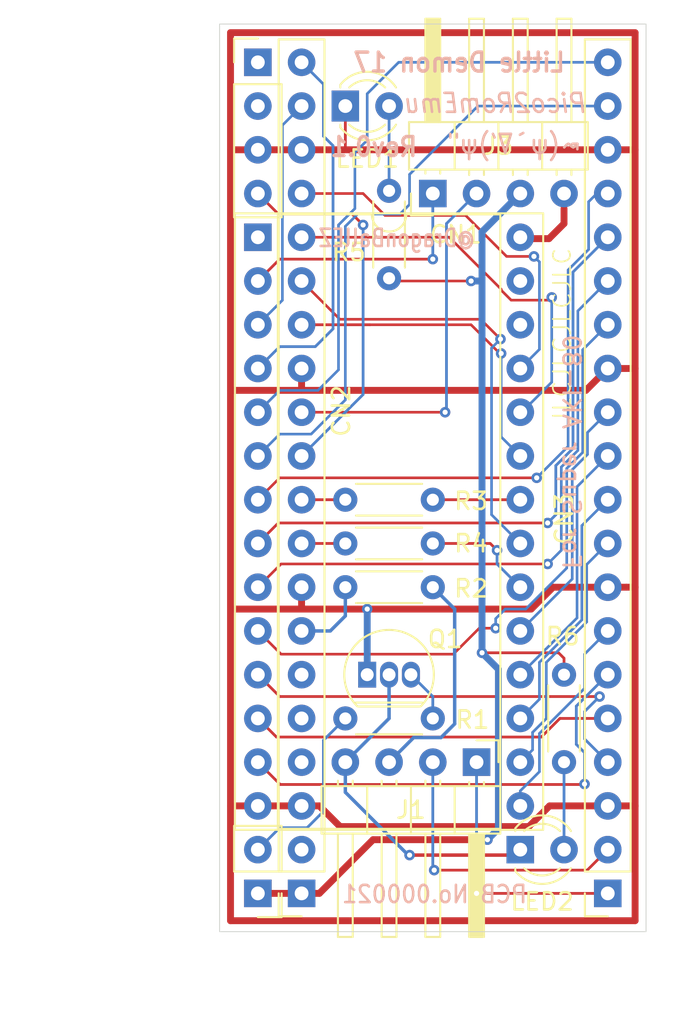
<source format=kicad_pcb>
(kicad_pcb (version 20241229) (generator "pcbnew") (generator_version "9.0")
  (title_block (title "Pico2ROMEmu PCB") (date "2025-08-23") (rev "0.1"))
  (layers (0 "F.Cu" signal) (2 "B.Cu" signal) (13 "F.Paste" user) (15 "B.Paste" user) (5 "F.SilkS" user "F.Silkscreen") (7 "B.SilkS" user "B.Silkscreen") (1 "F.Mask" user) (3 "B.Mask" user) (25 "Edge.Cuts" user))
  (net 0 "")
  (net 2 "/CE#")
  (net 3 "/A2")
  (net 4 "+3.3V")
  (net 5 "/A3")
  (net 6 "+5V")
  (net 7 "/A12")
  (net 8 "/D0")
  (net 9 "/A6")
  (net 10 "/A5")
  (net 11 "/D1")
  (net 12 "/A1")
  (net 13 "/D2")
  (net 14 "/P28_VCC")
  (net 15 "/A0")
  (net 16 "/A7")
  (net 17 "/A4")
  (net 18 "/GP27")
  (net 19 "/CLK_OUT")
  (net 20 "/D4")
  (net 21 "/D6")
  (net 22 "/A10")
  (net 23 "/D3")
  (net 24 "/D5")
  (net 25 "/ADC_VREF")
  (net 26 "/GP22")
  (net 27 "/A9")
  (net 28 "/VSYS")
  (net 29 "/RUN")
  (net 30 "/3V3EN")
  (net 31 "/GP0")
  (net 32 "/GP1")
  (net 33 "/RESET_OUT")
  (net 34 "/A11")
  (net 35 "/RESET")
  (net 36 "Net-(Q1-B)")
  (net 37 "/D7")
  (net 39 "/A8")
  (net 41 "GND")
  (net 42 "/OE#")
  (net 43 "/GP26")
  (net 44 "/GP28")
  (net 45 "Net-(LED1-A)")
  (net 46 "Net-(LED2-A)")
  (footprint "Resistor_THT:R_Axial_DIN0204_L3.6mm_D1.6mm_P5.08mm_Horizontal" (layer "F.Cu") (at 68.58 104.14)
    (property "Reference" "R4" (at 7.3025 0 0) (layer "F.SilkS"))
    (property "Value" "1k")
    (fp_line (start 0.62 -0.92) (end 4.46 -0.92) (stroke (width 0.12)) (layer "F.SilkS"))
    (fp_line (start 0.62 0.92) (end 4.46 0.92) (stroke (width 0.12)) (layer "F.SilkS"))
    (pad "1" thru_hole circle (at 0 0) (size 1.4 1.4) (drill 0.7) (layers "*.Cu" "*.Mask") (net 18 "/GP27"))
    (pad "2" thru_hole circle (at 5.08 0) (size 1.4 1.4) (drill 0.7) (layers "*.Cu" "*.Mask") (net 2 "/CE#"))
  )
  (footprint "Resistor_THT:R_Axial_DIN0204_L3.6mm_D1.6mm_P5.08mm_Horizontal" (layer "F.Cu") (at 68.58 106.68)
    (property "Reference" "R2" (at 7.3025 0.079375 0) (layer "F.SilkS"))
    (property "Value" "100")
    (fp_line (start 0.62 -0.92) (end 4.46 -0.92) (stroke (width 0.12)) (layer "F.SilkS"))
    (fp_line (start 0.62 0.92) (end 4.46 0.92) (stroke (width 0.12)) (layer "F.SilkS"))
    (pad "1" thru_hole circle (at 0 0) (size 1.4 1.4) (drill 0.7) (layers "*.Cu" "*.Mask") (net 44 "/GP28"))
    (pad "2" thru_hole circle (at 5.08 0) (size 1.4 1.4) (drill 0.7) (layers "*.Cu" "*.Mask") (net 19 "/CLK_OUT"))
  )
  (footprint "Connector_PinSocket_2.54mm:PinSocket_1x20_P2.54mm_Vertical" (layer "F.Cu") (at 83.82 124.46 180)
    (property "Reference" "CN3" (at 2.54 21.74875 90) (layer "F.SilkS"))
    (property "Value" "Conn_01x20")
    (fp_line (start 1.33 1.27) (end 1.33 49.59) (stroke (width 0.12)) (layer "F.SilkS"))
    (fp_line (start 1.33 -1.33) (end 1.33 0) (stroke (width 0.12)) (layer "F.SilkS"))
    (fp_line (start 0 -1.33) (end 1.33 -1.33) (stroke (width 0.12)) (layer "F.SilkS"))
    (fp_line (start -1.33 49.59) (end 1.33 49.59) (stroke (width 0.12)) (layer "F.SilkS"))
    (fp_line (start -1.33 1.27) (end 1.33 1.27) (stroke (width 0.12)) (layer "F.SilkS"))
    (fp_line (start -1.33 1.27) (end -1.33 49.59) (stroke (width 0.12)) (layer "F.SilkS"))
    (pad "1" thru_hole rect (at 0 0 180) (size 1.6 1.6) (drill 0.8) (layers "*.Cu" "*.Mask") (net 31 "/GP0"))
    (pad "2" thru_hole circle (at 0 2.54 180) (size 1.6 1.6) (drill 0.8) (layers "*.Cu" "*.Mask") (net 32 "/GP1"))
    (pad "3" thru_hole circle (at 0 5.08 180) (size 1.6 1.6) (drill 0.8) (layers "*.Cu" "*.Mask") (net 41 "GND"))
    (pad "4" thru_hole circle (at 0 7.62 180) (size 1.6 1.6) (drill 0.8) (layers "*.Cu" "*.Mask") (net 8 "/D0"))
    (pad "5" thru_hole circle (at 0 10.16 180) (size 1.6 1.6) (drill 0.8) (layers "*.Cu" "*.Mask") (net 11 "/D1"))
    (pad "6" thru_hole circle (at 0 12.7 180) (size 1.6 1.6) (drill 0.8) (layers "*.Cu" "*.Mask") (net 13 "/D2"))
    (pad "7" thru_hole circle (at 0 15.24 180) (size 1.6 1.6) (drill 0.8) (layers "*.Cu" "*.Mask") (net 23 "/D3"))
    (pad "8" thru_hole circle (at 0 17.78 180) (size 1.6 1.6) (drill 0.8) (layers "*.Cu" "*.Mask") (net 41 "GND"))
    (pad "9" thru_hole circle (at 0 20.32 180) (size 1.6 1.6) (drill 0.8) (layers "*.Cu" "*.Mask") (net 20 "/D4"))
    (pad "10" thru_hole circle (at 0 22.86 180) (size 1.6 1.6) (drill 0.8) (layers "*.Cu" "*.Mask") (net 24 "/D5"))
    (pad "11" thru_hole circle (at 0 25.4 180) (size 1.6 1.6) (drill 0.8) (layers "*.Cu" "*.Mask") (net 21 "/D6"))
    (pad "12" thru_hole circle (at 0 27.94 180) (size 1.6 1.6) (drill 0.8) (layers "*.Cu" "*.Mask") (net 37 "/D7"))
    (pad "13" thru_hole circle (at 0 30.48 180) (size 1.6 1.6) (drill 0.8) (layers "*.Cu" "*.Mask") (net 41 "GND"))
    (pad "14" thru_hole circle (at 0 33.02 180) (size 1.6 1.6) (drill 0.8) (layers "*.Cu" "*.Mask") (net 15 "/A0"))
    (pad "15" thru_hole circle (at 0 35.56 180) (size 1.6 1.6) (drill 0.8) (layers "*.Cu" "*.Mask") (net 12 "/A1"))
    (pad "16" thru_hole circle (at 0 38.1 180) (size 1.6 1.6) (drill 0.8) (layers "*.Cu" "*.Mask") (net 3 "/A2"))
    (pad "17" thru_hole circle (at 0 40.64 180) (size 1.6 1.6) (drill 0.8) (layers "*.Cu" "*.Mask") (net 5 "/A3"))
    (pad "18" thru_hole circle (at 0 43.18 180) (size 1.6 1.6) (drill 0.8) (layers "*.Cu" "*.Mask") (net 41 "GND"))
    (pad "19" thru_hole circle (at 0 45.72 180) (size 1.6 1.6) (drill 0.8) (layers "*.Cu" "*.Mask") (net 17 "/A4"))
    (pad "20" thru_hole circle (at 0 48.26 180) (size 1.6 1.6) (drill 0.8) (layers "*.Cu" "*.Mask") (net 10 "/A5"))
  )
  (footprint "Connector_PinSocket_2.54mm:PinSocket_1x20_P2.54mm_Vertical" (layer "F.Cu") (at 66.04 124.46 180)
    (property "Reference" "CN2" (at -2.301875 28.019375 90) (layer "F.SilkS"))
    (property "Value" "Conn_01x20")
    (fp_line (start 1.33 1.27) (end 1.33 49.59) (stroke (width 0.12)) (layer "F.SilkS"))
    (fp_line (start 1.33 -1.33) (end 1.33 0) (stroke (width 0.12)) (layer "F.SilkS"))
    (fp_line (start 0 -1.33) (end 1.33 -1.33) (stroke (width 0.12)) (layer "F.SilkS"))
    (fp_line (start -1.33 49.59) (end 1.33 49.59) (stroke (width 0.12)) (layer "F.SilkS"))
    (fp_line (start -1.33 1.27) (end 1.33 1.27) (stroke (width 0.12)) (layer "F.SilkS"))
    (fp_line (start -1.33 1.27) (end -1.33 49.59) (stroke (width 0.12)) (layer "F.SilkS"))
    (pad "1" thru_hole rect (at 0 0 180) (size 1.6 1.6) (drill 0.8) (layers "*.Cu" "*.Mask") (net 6 "+5V"))
    (pad "2" thru_hole circle (at 0 2.54 180) (size 1.6 1.6) (drill 0.8) (layers "*.Cu" "*.Mask") (net 28 "/VSYS"))
    (pad "3" thru_hole circle (at 0 5.08 180) (size 1.6 1.6) (drill 0.8) (layers "*.Cu" "*.Mask") (net 41 "GND"))
    (pad "4" thru_hole circle (at 0 7.62 180) (size 1.6 1.6) (drill 0.8) (layers "*.Cu" "*.Mask") (net 30 "/3V3EN"))
    (pad "5" thru_hole circle (at 0 10.16 180) (size 1.6 1.6) (drill 0.8) (layers "*.Cu" "*.Mask") (net 4 "+3.3V"))
    (pad "6" thru_hole circle (at 0 12.7 180) (size 1.6 1.6) (drill 0.8) (layers "*.Cu" "*.Mask") (net 25 "/ADC_VREF"))
    (pad "7" thru_hole circle (at 0 15.24 180) (size 1.6 1.6) (drill 0.8) (layers "*.Cu" "*.Mask") (net 44 "/GP28"))
    (pad "8" thru_hole circle (at 0 17.78 180) (size 1.6 1.6) (drill 0.8) (layers "*.Cu" "*.Mask") (net 41 "GND"))
    (pad "9" thru_hole circle (at 0 20.32 180) (size 1.6 1.6) (drill 0.8) (layers "*.Cu" "*.Mask") (net 18 "/GP27"))
    (pad "10" thru_hole circle (at 0 22.86 180) (size 1.6 1.6) (drill 0.8) (layers "*.Cu" "*.Mask") (net 43 "/GP26"))
    (pad "11" thru_hole circle (at 0 25.4 180) (size 1.6 1.6) (drill 0.8) (layers "*.Cu" "*.Mask") (net 29 "/RUN"))
    (pad "12" thru_hole circle (at 0 27.94 180) (size 1.6 1.6) (drill 0.8) (layers "*.Cu" "*.Mask") (net 26 "/GP22"))
    (pad "13" thru_hole circle (at 0 30.48 180) (size 1.6 1.6) (drill 0.8) (layers "*.Cu" "*.Mask") (net 41 "GND"))
    (pad "14" thru_hole circle (at 0 33.02 180) (size 1.6 1.6) (drill 0.8) (layers "*.Cu" "*.Mask") (net 34 "/A11"))
    (pad "15" thru_hole circle (at 0 35.56 180) (size 1.6 1.6) (drill 0.8) (layers "*.Cu" "*.Mask") (net 22 "/A10"))
    (pad "16" thru_hole circle (at 0 38.1 180) (size 1.6 1.6) (drill 0.8) (layers "*.Cu" "*.Mask") (net 27 "/A9"))
    (pad "17" thru_hole circle (at 0 40.64 180) (size 1.6 1.6) (drill 0.8) (layers "*.Cu" "*.Mask") (net 39 "/A8"))
    (pad "18" thru_hole circle (at 0 43.18 180) (size 1.6 1.6) (drill 0.8) (layers "*.Cu" "*.Mask") (net 41 "GND"))
    (pad "19" thru_hole circle (at 0 45.72 180) (size 1.6 1.6) (drill 0.8) (layers "*.Cu" "*.Mask") (net 16 "/A7"))
    (pad "20" thru_hole oval (at 0 48.26 180) (size 1.6 1.6) (drill 0.8) (layers "*.Cu" "*.Mask") (net 9 "/A6"))
  )
  (footprint "Resistor_THT:R_Axial_DIN0204_L3.6mm_D1.6mm_P5.08mm_Horizontal" (layer "F.Cu") (at 71.12 88.74125 90)
    (property "Reference" "R5" (at 1.51125 -2.33 0) (layer "F.SilkS"))
    (property "Value" "1k")
    (fp_line (start 0.62 -0.92) (end 4.46 -0.92) (stroke (width 0.12)) (layer "F.SilkS"))
    (fp_line (start 0.62 0.92) (end 4.46 0.92) (stroke (width 0.12)) (layer "F.SilkS"))
    (pad "1" thru_hole circle (at 0 0 90) (size 1.4 1.4) (drill 0.7) (layers "*.Cu" "*.Mask") (net 6 "+5V"))
    (pad "2" thru_hole circle (at 5.08 0 90) (size 1.4 1.4) (drill 0.7) (layers "*.Cu" "*.Mask") (net 45 "Net-(LED1-A)"))
  )
  (footprint "Resistor_THT:R_Axial_DIN0204_L3.6mm_D1.6mm_P5.08mm_Horizontal" (layer "F.Cu") (at 81.28 111.76 -90)
    (property "Reference" "R6" (at -2.2225 0.079375 0) (layer "F.SilkS"))
    (property "Value" "1k")
    (fp_line (start 0.62 0.92) (end 4.46 0.92) (stroke (width 0.12)) (layer "F.SilkS"))
    (fp_line (start 0.62 -0.92) (end 4.46 -0.92) (stroke (width 0.12)) (layer "F.SilkS"))
    (pad "1" thru_hole circle (at 0 0 270) (size 1.4 1.4) (drill 0.7) (layers "*.Cu" "*.Mask") (net 6 "+5V"))
    (pad "2" thru_hole circle (at 5.08 0 270) (size 1.4 1.4) (drill 0.7) (layers "*.Cu" "*.Mask") (net 46 "Net-(LED2-A)"))
  )
  (footprint "LED_THT:LED_D3.0mm_Clear" (layer "F.Cu") (at 78.74 121.92)
    (property "Reference" "LED2" (at 1.27 3.01625 0) (layer "F.SilkS"))
    (property "Value" "LED_Small")
    (fp_line (start -0.29 -1.236) (end -0.29 -1.08) (stroke (width 0.12)) (layer "F.SilkS"))
    (fp_line (start -0.29 1.08) (end -0.29 1.236) (stroke (width 0.12)) (layer "F.SilkS"))
    (fp_arc (start -0.29 -1.235516) (mid 1.36566 -1.987699) (end 2.941437 -1.08) (stroke (width 0.12)) (layer "F.SilkS"))
    (fp_arc (start 0.229039 -1.08) (mid 1.27 -1.5) (end 2.310961 -1.08) (stroke (width 0.12)) (layer "F.SilkS"))
    (fp_arc (start 2.310961 1.08) (mid 1.27 1.5) (end 0.229039 1.08) (stroke (width 0.12)) (layer "F.SilkS"))
    (fp_arc (start 2.941437 1.08) (mid 1.36566 1.987699) (end -0.29 1.235516) (stroke (width 0.12)) (layer "F.SilkS"))
    (pad "1" thru_hole rect (at 0 0) (size 1.6 1.6) (drill 0.8) (layers "*.Cu" "*.Mask") (net 33 "/RESET_OUT"))
    (pad "2" thru_hole circle (at 2.54 0) (size 1.6 1.6) (drill 0.8) (layers "*.Cu" "*.Mask") (net 46 "Net-(LED2-A)"))
  )
  (footprint "Connector_PinHeader_2.54mm:PinHeader_1x02_P2.54mm_Vertical" (layer "F.Cu") (at 63.5 124.46 180)
    (property "Reference" "J2" (hide yes))
    (property "Value" "Conn_01x02")
    (fp_line (start 1.38 1.27) (end 1.38 3.92) (stroke (width 0.12)) (layer "F.SilkS"))
    (fp_line (start -1.38 3.92) (end 1.38 3.92) (stroke (width 0.12)) (layer "F.SilkS"))
    (fp_line (start -1.38 1.27) (end 1.38 1.27) (stroke (width 0.12)) (layer "F.SilkS"))
    (fp_line (start -1.38 1.27) (end -1.38 3.92) (stroke (width 0.12)) (layer "F.SilkS"))
    (fp_line (start -1.38 0) (end -1.38 -1.38) (stroke (width 0.12)) (layer "F.SilkS"))
    (fp_line (start -1.38 -1.38) (end 0 -1.38) (stroke (width 0.12)) (layer "F.SilkS"))
    (pad "1" thru_hole rect (at 0 0 180) (size 1.6 1.6) (drill 0.8) (layers "*.Cu" "*.Mask") (net 6 "+5V"))
    (pad "2" thru_hole circle (at 0 2.54 180) (size 1.6 1.6) (drill 0.8) (layers "*.Cu" "*.Mask") (net 35 "/RESET"))
  )
  (footprint "Connector_PinHeader_2.54mm:PinHeader_1x04_P2.54mm_Vertical" (layer "F.Cu") (at 63.5 76.2)
    (property "Reference" "J4" (hide yes))
    (property "Value" "Conn_01x04")
    (fp_line (start -1.38 -1.38) (end 0 -1.38) (stroke (width 0.12)) (layer "F.SilkS"))
    (fp_line (start -1.38 0) (end -1.38 -1.38) (stroke (width 0.12)) (layer "F.SilkS"))
    (fp_line (start -1.38 1.27) (end -1.38 9) (stroke (width 0.12)) (layer "F.SilkS"))
    (fp_line (start -1.38 1.27) (end 1.38 1.27) (stroke (width 0.12)) (layer "F.SilkS"))
    (fp_line (start -1.38 9) (end 1.38 9) (stroke (width 0.12)) (layer "F.SilkS"))
    (fp_line (start 1.38 1.27) (end 1.38 9) (stroke (width 0.12)) (layer "F.SilkS"))
    (pad "1" thru_hole rect (at 0 0) (size 1.6 1.6) (drill 0.8) (layers "*.Cu" "*.Mask"))
    (pad "2" thru_hole circle (at 0 2.54) (size 1.6 1.6) (drill 0.8) (layers "*.Cu" "*.Mask"))
    (pad "3" thru_hole circle (at 0 5.08) (size 1.6 1.6) (drill 0.8) (layers "*.Cu" "*.Mask") (net 41 "GND"))
    (pad "4" thru_hole circle (at 0 7.62) (size 1.6 1.6) (drill 0.8) (layers "*.Cu" "*.Mask") (net 29 "/RUN"))
  )
  (footprint "Connector_PinHeader_2.54mm:PinHeader_1x04_P2.54mm_Horizontal" (layer "F.Cu") (at 73.66 83.82 90)
    (property "Reference" "J3" (at 2.77 3.81 0) (layer "F.SilkS"))
    (property "Value" "Conn_01x04")
    (fp_line (start 4.15 -1.38) (end 1.39 -1.38) (stroke (width 0.12)) (layer "F.SilkS"))
    (fp_line (start 1.39 -1.38) (end 1.39 9) (stroke (width 0.12)) (layer "F.SilkS"))
    (fp_line (start -1.27 -1.27) (end 0 -1.27) (stroke (width 0.12)) (layer "F.SilkS"))
    (fp_line (start 1.16 -0.43) (end 1.39 -0.43) (stroke (width 0.12)) (layer "F.SilkS"))
    (fp_line (start -1.27 0) (end -1.27 -1.27) (stroke (width 0.12)) (layer "F.SilkS"))
    (fp_line (start 1.16 0.43) (end 1.39 0.43) (stroke (width 0.12)) (layer "F.SilkS"))
    (fp_line (start 1.39 1.27) (end 4.15 1.27) (stroke (width 0.12)) (layer "F.SilkS"))
    (fp_line (start 10.15 2.11) (end 10.15 2.97) (stroke (width 0.12)) (layer "F.SilkS"))
    (fp_line (start 4.15 2.11) (end 10.15 2.11) (stroke (width 0.12)) (layer "F.SilkS"))
    (fp_line (start 1.077358 2.11) (end 1.39 2.11) (stroke (width 0.12)) (layer "F.SilkS"))
    (fp_line (start 10.15 2.97) (end 4.15 2.97) (stroke (width 0.12)) (layer "F.SilkS"))
    (fp_line (start 1.077358 2.97) (end 1.39 2.97) (stroke (width 0.12)) (layer "F.SilkS"))
    (fp_line (start 1.39 3.81) (end 4.15 3.81) (stroke (width 0.12)) (layer "F.SilkS"))
    (fp_line (start 10.15 4.65) (end 10.15 5.51) (stroke (width 0.12)) (layer "F.SilkS"))
    (fp_line (start 4.15 4.65) (end 10.15 4.65) (stroke (width 0.12)) (layer "F.SilkS"))
    (fp_line (start 1.077358 4.65) (end 1.39 4.65) (stroke (width 0.12)) (layer "F.SilkS"))
    (fp_line (start 10.15 5.51) (end 4.15 5.51) (stroke (width 0.12)) (layer "F.SilkS"))
    (fp_line (start 1.077358 5.51) (end 1.39 5.51) (stroke (width 0.12)) (layer "F.SilkS"))
    (fp_line (start 1.39 6.35) (end 4.15 6.35) (stroke (width 0.12)) (layer "F.SilkS"))
    (fp_line (start 10.15 7.19) (end 10.15 8.05) (stroke (width 0.12)) (layer "F.SilkS"))
    (fp_line (start 4.15 7.19) (end 10.15 7.19) (stroke (width 0.12)) (layer "F.SilkS"))
    (fp_line (start 1.077358 7.19) (end 1.39 7.19) (stroke (width 0.12)) (layer "F.SilkS"))
    (fp_line (start 10.15 8.05) (end 4.15 8.05) (stroke (width 0.12)) (layer "F.SilkS"))
    (fp_line (start 1.077358 8.05) (end 1.39 8.05) (stroke (width 0.12)) (layer "F.SilkS"))
    (fp_line (start 4.15 9) (end 4.15 -1.38) (stroke (width 0.12)) (layer "F.SilkS"))
    (fp_line (start 1.39 9) (end 4.15 9) (stroke (width 0.12)) (layer "F.SilkS"))
    (fp_rect (start 4.15 -0.43) (end 10.15 0.43) (stroke (width 0.12)) (fill yes) (layer "F.SilkS"))
    (pad "1" thru_hole rect (at 0 0 90) (size 1.6 1.6) (drill 0.8) (layers "*.Cu" "*.Mask") (net 7 "/A12"))
    (pad "2" thru_hole circle (at 0 2.54 90) (size 1.6 1.6) (drill 0.8) (layers "*.Cu" "*.Mask") (net 26 "/GP22"))
    (pad "3" thru_hole circle (at 0 5.08 90) (size 1.6 1.6) (drill 0.8) (layers "*.Cu" "*.Mask") (net 6 "+5V"))
    (pad "4" thru_hole circle (at 0 7.62 90) (size 1.6 1.6) (drill 0.8) (layers "*.Cu" "*.Mask") (net 14 "/P28_VCC"))
  )
  (footprint "Package_TO_SOT_THT:TO-92_Inline" (layer "F.Cu") (at 69.85 111.76)
    (property "Reference" "Q1" (at 4.524375 -2.06375 0) (layer "F.SilkS"))
    (property "Value" "2SC1815")
    (fp_line (start -0.53 1.85) (end 3.07 1.85) (stroke (width 0.12)) (layer "F.SilkS"))
    (fp_arc (start -0.568478 1.838478) (mid -1.132087 -0.994977) (end 1.27 -2.6) (stroke (width 0.12)) (layer "F.SilkS"))
    (fp_arc (start 1.27 -2.6) (mid 3.672087 -0.994977) (end 3.108478 1.838478) (stroke (width 0.12)) (layer "F.SilkS"))
    (pad "1" thru_hole rect (at 0 0) (size 1.05 1.5) (drill 0.75) (layers "*.Cu" "*.Mask") (net 41 "GND"))
    (pad "2" thru_hole oval (at 1.27 0) (size 1.05 1.5) (drill 0.75) (layers "*.Cu" "*.Mask") (net 33 "/RESET_OUT"))
    (pad "3" thru_hole oval (at 2.54 0) (size 1.05 1.5) (drill 0.75) (layers "*.Cu" "*.Mask") (net 36 "Net-(Q1-B)"))
  )
  (footprint "Connector_PinHeader_2.54mm:PinHeader_1x04_P2.54mm_Horizontal" (layer "F.Cu") (at 76.2 116.84 -90)
    (property "Reference" "J1" (at 2.77 3.81 180) (layer "F.SilkS"))
    (property "Value" "Conn_01x04")
    (fp_line (start 1.39 9) (end 4.15 9) (stroke (width 0.12)) (layer "F.SilkS"))
    (fp_line (start 4.15 9) (end 4.15 -1.38) (stroke (width 0.12)) (layer "F.SilkS"))
    (fp_line (start 1.077358 8.05) (end 1.39 8.05) (stroke (width 0.12)) (layer "F.SilkS"))
    (fp_line (start 10.15 8.05) (end 4.15 8.05) (stroke (width 0.12)) (layer "F.SilkS"))
    (fp_line (start 1.077358 7.19) (end 1.39 7.19) (stroke (width 0.12)) (layer "F.SilkS"))
    (fp_line (start 4.15 7.19) (end 10.15 7.19) (stroke (width 0.12)) (layer "F.SilkS"))
    (fp_line (start 10.15 7.19) (end 10.15 8.05) (stroke (width 0.12)) (layer "F.SilkS"))
    (fp_line (start 1.39 6.35) (end 4.15 6.35) (stroke (width 0.12)) (layer "F.SilkS"))
    (fp_line (start 1.077358 5.51) (end 1.39 5.51) (stroke (width 0.12)) (layer "F.SilkS"))
    (fp_line (start 10.15 5.51) (end 4.15 5.51) (stroke (width 0.12)) (layer "F.SilkS"))
    (fp_line (start 1.077358 4.65) (end 1.39 4.65) (stroke (width 0.12)) (layer "F.SilkS"))
    (fp_line (start 4.15 4.65) (end 10.15 4.65) (stroke (width 0.12)) (layer "F.SilkS"))
    (fp_line (start 10.15 4.65) (end 10.15 5.51) (stroke (width 0.12)) (layer "F.SilkS"))
    (fp_line (start 1.39 3.81) (end 4.15 3.81) (stroke (width 0.12)) (layer "F.SilkS"))
    (fp_line (start 1.077358 2.97) (end 1.39 2.97) (stroke (width 0.12)) (layer "F.SilkS"))
    (fp_line (start 10.15 2.97) (end 4.15 2.97) (stroke (width 0.12)) (layer "F.SilkS"))
    (fp_line (start 1.077358 2.11) (end 1.39 2.11) (stroke (width 0.12)) (layer "F.SilkS"))
    (fp_line (start 4.15 2.11) (end 10.15 2.11) (stroke (width 0.12)) (layer "F.SilkS"))
    (fp_line (start 10.15 2.11) (end 10.15 2.97) (stroke (width 0.12)) (layer "F.SilkS"))
    (fp_line (start 1.39 1.27) (end 4.15 1.27) (stroke (width 0.12)) (layer "F.SilkS"))
    (fp_line (start 1.16 0.43) (end 1.39 0.43) (stroke (width 0.12)) (layer "F.SilkS"))
    (fp_line (start -1.27 0) (end -1.27 -1.27) (stroke (width 0.12)) (layer "F.SilkS"))
    (fp_line (start 1.16 -0.43) (end 1.39 -0.43) (stroke (width 0.12)) (layer "F.SilkS"))
    (fp_line (start -1.27 -1.27) (end 0 -1.27) (stroke (width 0.12)) (layer "F.SilkS"))
    (fp_line (start 1.39 -1.38) (end 1.39 9) (stroke (width 0.12)) (layer "F.SilkS"))
    (fp_line (start 4.15 -1.38) (end 1.39 -1.38) (stroke (width 0.12)) (layer "F.SilkS"))
    (fp_rect (start 4.15 -0.43) (end 10.15 0.43) (stroke (width 0.12)) (fill yes) (layer "F.SilkS"))
    (pad "1" thru_hole rect (at 0 0 270) (size 1.6 1.6) (drill 0.8) (layers "*.Cu" "*.Mask") (net 31 "/GP0"))
    (pad "2" thru_hole circle (at 0 2.54 270) (size 1.6 1.6) (drill 0.8) (layers "*.Cu" "*.Mask") (net 32 "/GP1"))
    (pad "3" thru_hole circle (at 0 5.08 270) (size 1.6 1.6) (drill 0.8) (layers "*.Cu" "*.Mask") (net 19 "/CLK_OUT"))
    (pad "4" thru_hole circle (at 0 7.62 270) (size 1.6 1.6) (drill 0.8) (layers "*.Cu" "*.Mask") (net 33 "/RESET_OUT"))
  )
  (footprint "Resistor_THT:R_Axial_DIN0204_L3.6mm_D1.6mm_P5.08mm_Horizontal" (layer "F.Cu") (at 68.58 101.6)
    (property "Reference" "R3" (at 7.3025 0.079375 0) (layer "F.SilkS"))
    (property "Value" "1k")
    (fp_line (start 0.62 -0.92) (end 4.46 -0.92) (stroke (width 0.12)) (layer "F.SilkS"))
    (fp_line (start 0.62 0.92) (end 4.46 0.92) (stroke (width 0.12)) (layer "F.SilkS"))
    (pad "1" thru_hole circle (at 0 0) (size 1.4 1.4) (drill 0.7) (layers "*.Cu" "*.Mask") (net 43 "/GP26"))
    (pad "2" thru_hole circle (at 5.08 0) (size 1.4 1.4) (drill 0.7) (layers "*.Cu" "*.Mask") (net 42 "/OE#"))
  )
  (footprint "LED_THT:LED_D3.0mm" (layer "F.Cu") (at 68.58 78.74)
    (property "Reference" "LED1" (at 1.27 3.06 0) (layer "F.SilkS"))
    (property "Value" "LED_Small" (hide yes))
    (fp_line (start -0.29 -1.236) (end -0.29 -1.08) (stroke (width 0.12)) (layer "F.SilkS"))
    (fp_line (start -0.29 1.08) (end -0.29 1.236) (stroke (width 0.12)) (layer "F.SilkS"))
    (fp_arc (start -0.29 -1.235516) (mid 1.36566 -1.987699) (end 2.941437 -1.08) (stroke (width 0.12)) (layer "F.SilkS"))
    (fp_arc (start 0.229039 -1.08) (mid 1.27 -1.5) (end 2.310961 -1.08) (stroke (width 0.12)) (layer "F.SilkS"))
    (fp_arc (start 2.310961 1.08) (mid 1.27 1.5) (end 0.229039 1.08) (stroke (width 0.12)) (layer "F.SilkS"))
    (fp_arc (start 2.941437 1.08) (mid 1.36566 1.987699) (end -0.29 1.235516) (stroke (width 0.12)) (layer "F.SilkS"))
    (pad "1" thru_hole rect (at 0 0) (size 1.6 1.8) (drill 0.8) (layers "*.Cu" "*.Mask") (net 41 "GND"))
    (pad "2" thru_hole circle (at 2.54 0) (size 1.6 1.6) (drill 0.8) (layers "*.Cu" "*.Mask") (net 45 "Net-(LED1-A)"))
  )
  (footprint "Resistor_THT:R_Axial_DIN0204_L3.6mm_D1.6mm_P5.08mm_Horizontal" (layer "F.Cu") (at 68.58 114.3)
    (property "Reference" "R1" (at 7.381875 0.079375 0) (layer "F.SilkS"))
    (property "Value" "10k")
    (fp_line (start 0.62 -0.92) (end 4.46 -0.92) (stroke (width 0.12)) (layer "F.SilkS"))
    (fp_line (start 0.62 0.92) (end 4.46 0.92) (stroke (width 0.12)) (layer "F.SilkS"))
    (pad "1" thru_hole circle (at 0 0) (size 1.4 1.4) (drill 0.7) (layers "*.Cu" "*.Mask") (net 35 "/RESET"))
    (pad "2" thru_hole circle (at 5.08 0) (size 1.4 1.4) (drill 0.7) (layers "*.Cu" "*.Mask") (net 36 "Net-(Q1-B)"))
  )
  (footprint "Package_DIP:DIP-28_W15.24mm_Socket" (layer "F.Cu") (at 63.5 86.36)
    (property "Reference" "CN1" (at 11.49 -0.15875 0) (layer "F.SilkS"))
    (property "Value" "27C256 DIP28 Socket")
    (fp_line (start 1.16 -1.33) (end 1.16 34.35) (stroke (width 0.12)) (layer "F.SilkS"))
    (fp_line (start 1.16 34.35) (end 14.08 34.35) (stroke (width 0.12)) (layer "F.SilkS"))
    (fp_line (start 6.62 -1.33) (end 1.16 -1.33) (stroke (width 0.12)) (layer "F.SilkS"))
    (fp_line (start 14.08 -1.33) (end 8.62 -1.33) (stroke (width 0.12)) (layer "F.SilkS"))
    (fp_line (start 14.08 34.35) (end 14.08 -1.33) (stroke (width 0.12)) (layer "F.SilkS"))
    (fp_rect (start -1.33 -1.39) (end 16.57 34.41) (stroke (width 0.12)) (fill no) (layer "F.SilkS"))
    (fp_arc (start 8.62 -1.33) (mid 7.62 -0.33) (end 6.62 -1.33) (stroke (width 0.12)) (layer "F.SilkS"))
    (pad "1" thru_hole rect (at 0 0) (size 1.6 1.6) (drill 0.8) (layers "*.Cu" "*.Mask"))
    (pad "2" thru_hole circle (at 0 2.54) (size 1.6 1.6) (drill 0.8) (layers "*.Cu" "*.Mask") (net 7 "/A12"))
    (pad "3" thru_hole circle (at 0 5.08) (size 1.6 1.6) (drill 0.8) (layers "*.Cu" "*.Mask") (net 16 "/A7"))
    (pad "4" thru_hole circle (at 0 7.62) (size 1.6 1.6) (drill 0.8) (layers "*.Cu" "*.Mask") (net 9 "/A6"))
    (pad "5" thru_hole circle (at 0 10.16) (size 1.6 1.6) (drill 0.8) (layers "*.Cu" "*.Mask") (net 10 "/A5"))
    (pad "6" thru_hole circle (at 0 12.7) (size 1.6 1.6) (drill 0.8) (layers "*.Cu" "*.Mask") (net 17 "/A4"))
    (pad "7" thru_hole circle (at 0 15.24) (size 1.6 1.6) (drill 0.8) (layers "*.Cu" "*.Mask") (net 5 "/A3"))
    (pad "8" thru_hole circle (at 0 17.78) (size 1.6 1.6) (drill 0.8) (layers "*.Cu" "*.Mask") (net 3 "/A2"))
    (pad "9" thru_hole circle (at 0 20.32) (size 1.6 1.6) (drill 0.8) (layers "*.Cu" "*.Mask") (net 12 "/A1"))
    (pad "10" thru_hole circle (at 0 22.86) (size 1.6 1.6) (drill 0.8) (layers "*.Cu" "*.Mask") (net 15 "/A0"))
    (pad "11" thru_hole circle (at 0 25.4) (size 1.6 1.6) (drill 0.8) (layers "*.Cu" "*.Mask") (net 8 "/D0"))
    (pad "12" thru_hole circle (at 0 27.94) (size 1.6 1.6) (drill 0.8) (layers "*.Cu" "*.Mask") (net 11 "/D1"))
    (pad "13" thru_hole circle (at 0 30.48) (size 1.6 1.6) (drill 0.8) (layers "*.Cu" "*.Mask") (net 13 "/D2"))
    (pad "14" thru_hole circle (at 0 33.02) (size 1.6 1.6) (drill 0.8) (layers "*.Cu" "*.Mask") (net 41 "GND"))
    (pad "15" thru_hole circle (at 15.24 33.02) (size 1.6 1.6) (drill 0.8) (layers "*.Cu" "*.Mask") (net 23 "/D3"))
    (pad "16" thru_hole circle (at 15.24 30.48) (size 1.6 1.6) (drill 0.8) (layers "*.Cu" "*.Mask") (net 20 "/D4"))
    (pad "17" thru_hole circle (at 15.24 27.94) (size 1.6 1.6) (drill 0.8) (layers "*.Cu" "*.Mask") (net 24 "/D5"))
    (pad "18" thru_hole circle (at 15.24 25.4) (size 1.6 1.6) (drill 0.8) (layers "*.Cu" "*.Mask") (net 21 "/D6"))
    (pad "19" thru_hole circle (at 15.24 22.86) (size 1.6 1.6) (drill 0.8) (layers "*.Cu" "*.Mask") (net 37 "/D7"))
    (pad "20" thru_hole circle (at 15.24 20.32) (size 1.6 1.6) (drill 0.8) (layers "*.Cu" "*.Mask") (net 2 "/CE#"))
    (pad "21" thru_hole circle (at 15.24 17.78) (size 1.6 1.6) (drill 0.8) (layers "*.Cu" "*.Mask") (net 22 "/A10"))
    (pad "22" thru_hole circle (at 15.24 15.24) (size 1.6 1.6) (drill 0.8) (layers "*.Cu" "*.Mask") (net 42 "/OE#"))
    (pad "23" thru_hole circle (at 15.24 12.7) (size 1.6 1.6) (drill 0.8) (layers "*.Cu" "*.Mask") (net 34 "/A11"))
    (pad "24" thru_hole circle (at 15.24 10.16) (size 1.6 1.6) (drill 0.8) (layers "*.Cu" "*.Mask") (net 27 "/A9"))
    (pad "25" thru_hole circle (at 15.24 7.62) (size 1.6 1.6) (drill 0.8) (layers "*.Cu" "*.Mask") (net 39 "/A8"))
    (pad "26" thru_hole circle (at 15.24 5.08) (size 1.6 1.6) (drill 0.8) (layers "*.Cu" "*.Mask"))
    (pad "27" thru_hole circle (at 15.24 2.54) (size 1.6 1.6) (drill 0.8) (layers "*.Cu" "*.Mask"))
    (pad "28" thru_hole circle (at 15.24 0) (size 1.6 1.6) (drill 0.8) (layers "*.Cu" "*.Mask") (net 14 "/P28_VCC"))
  )
  (gr_rect (start 61.2775 73.97745) (end 86.0425 126.6825) (stroke (width 0.05)) (fill no) (layer "Edge.Cuts"))
  (gr_text "JLCJLCJLCJLC" (at 81.75625 97.31375 90) (layer "F.SilkS") (effects (font (size 1 1) (thickness 0.1)) (justify left bottom)))
  (gr_text "Rev0.1" (at 72.86625 81.75625 0) (layer "B.SilkS") (effects (font (size 1.1 1) (thickness 0.2) (bold yes)) (justify left bottom mirror)))
  (gr_text "@DragonBallEZ" (at 76.2 86.995 0) (layer "B.SilkS") (effects (font (size 1 0.8)) (justify left bottom mirror)))
  (gr_text "PCB No.000021\n" (at 79.21625 125.095 0) (layer "B.SilkS") (effects (font (size 1 0.9)) (justify left bottom mirror)))
  (gr_text "Little Demon 17" (at 81.43875 75.565 0) (layer "B.SilkS") (effects (font (size 1.1 1) (thickness 0.2) (bold yes)) (justify left top mirror)))
  (gr_text "↜(ψ｀∇')ψ{dblquote}" (at 82.39125 81.5975 0) (layer "B.SilkS") (effects (font (size 1.1 1)) (justify left bottom mirror)))
  (gr_text "Pico2RomEmu" (at 82.70875 79.21625 0) (layer "B.SilkS") (effects (font (size 1.1 1) (thickness 0.15) (italic yes)) (justify left bottom mirror)))
  (gr_text "For Super AKI-80" (at 81.12125 105.7275 270) (layer "B.SilkS") (effects (font (size 1 1)) (justify left bottom mirror)))
  (segment (start 76.99375 104.14) (end 77.390625 104.536875) (width 0.16) (layer "F.Cu") (net 2))
  (segment (start 73.66 104.14) (end 76.99375 104.14) (width 0.16) (layer "F.Cu") (net 2))
  (via (at 77.390625 104.536875) (size 0.6096) (drill 0.3) (layers "F.Cu" "B.Cu") (net 2))
  (segment (start 78.660625 106.759375) (end 78.74 106.68) (width 0.16) (layer "B.Cu") (net 2))
  (segment (start 77.390625 105.330625) (end 77.390625 104.536875) (width 0.16) (layer "B.Cu") (net 2))
  (segment (start 78.74 106.68) (end 77.390625 105.330625) (width 0.16) (layer "B.Cu") (net 2))
  (segment (start 63.5 104.14) (end 64.690625 102.949375) (width 0.16) (layer "F.Cu") (net 3))
  (segment (start 64.690625 102.949375) (end 80.3275 102.949375) (width 0.16) (layer "F.Cu") (net 3))
  (via (at 80.3275 102.949375) (size 0.6096) (drill 0.3) (layers "F.Cu" "B.Cu") (net 3))
  (segment (start 80.80375 99.619255) (end 81.801325 98.62168) (width 0.16) (layer "B.Cu") (net 3))
  (segment (start 80.80375 102.473125) (end 80.80375 99.619255) (width 0.16) (layer "B.Cu") (net 3))
  (segment (start 81.801325 88.378675) (end 83.82 86.36) (width 0.16) (layer "B.Cu") (net 3))
  (segment (start 81.801325 98.62168) (end 81.801325 88.378675) (width 0.16) (layer "B.Cu") (net 3))
  (segment (start 80.3275 102.949375) (end 80.80375 102.473125) (width 0.16) (layer "B.Cu") (net 3))
  (segment (start 64.77 100.33) (end 79.6925 100.33) (width 0.1524) (layer "F.Cu") (net 5))
  (segment (start 63.5 101.6) (end 64.77 100.33) (width 0.1524) (layer "F.Cu") (net 5))
  (via (at 79.6925 100.33) (size 0.6096) (drill 0.3) (layers "F.Cu" "B.Cu") (net 5))
  (segment (start 82.70875 87.06933) (end 81.517125 88.260955) (width 0.1524) (layer "B.Cu") (net 5))
  (segment (start 80.51955 99.501536) (end 80.51955 99.50295) (width 0.1524) (layer "B.Cu") (net 5))
  (segment (start 83.82 83.82) (end 83.185 83.82) (width 0.1524) (layer "B.Cu") (net 5))
  (segment (start 81.517125 88.260955) (end 81.517125 98.50396) (width 0.1524) (layer "B.Cu") (net 5))
  (segment (start 82.70875 84.29625) (end 82.70875 87.06933) (width 0.1524) (layer "B.Cu") (net 5))
  (segment (start 80.51955 99.50295) (end 79.6925 100.33) (width 0.1524) (layer "B.Cu") (net 5))
  (segment (start 81.517125 98.50396) (end 80.51955 99.501536) (width 0.1524) (layer "B.Cu") (net 5))
  (segment (start 83.185 83.82) (end 82.70875 84.29625) (width 0.1524) (layer "B.Cu") (net 5))
  (segment (start 80.9625 110.49) (end 81.28 110.8075) (width 0.16) (layer "F.Cu") (net 6))
  (segment (start 70.723125 88.9) (end 75.8825 88.9) (width 0.1524) (layer "F.Cu") (net 6))
  (segment (start 63.5 124.46) (end 66.04 124.46) (width 0.4) (layer "F.Cu") (net 6))
  (segment (start 66.04 124.46) (end 67.071875 124.46) (width 0.4) (layer "F.Cu") (net 6))
  (segment (start 70.189811 121.342064) (end 76.835 121.342064) (width 0.4) (layer "F.Cu") (net 6))
  (segment (start 67.071875 124.46) (end 70.189811 121.342064) (width 0.4) (layer "F.Cu") (net 6))
  (segment (start 81.28 110.8075) (end 81.28 111.76) (width 0.16) (layer "F.Cu") (net 6))
  (segment (start 76.5175 110.49) (end 80.9625 110.49) (width 0.16) (layer "F.Cu") (net 6))
  (via (at 75.8825 88.9) (size 0.6096) (drill 0.3) (layers "F.Cu" "B.Cu") (net 6))
  (via (at 76.835 121.342064) (size 0.6096) (drill 0.3) (layers "F.Cu" "B.Cu") (net 6))
  (via (at 76.5175 110.49) (size 0.6096) (drill 0.3) (layers "F.Cu" "B.Cu") (net 6))
  (segment (start 76.5175 86.0425) (end 76.5175 88.820625) (width 0.4) (layer "B.Cu") (net 6))
  (segment (start 77.47 120.707064) (end 76.835 121.342064) (width 0.4) (layer "B.Cu") (net 6))
  (segment (start 76.5175 110.49) (end 76.5175 88.820625) (width 0.4) (layer "B.Cu") (net 6))
  (segment (start 77.47 111.4425) (end 77.47 120.707064) (width 0.4) (layer "B.Cu") (net 6))
  (segment (start 76.5175 110.49) (end 77.47 111.4425) (width 0.4) (layer "B.Cu") (net 6))
  (segment (start 78.74 83.82) (end 76.5175 86.0425) (width 0.4) (layer "B.Cu") (net 6))
  (segment (start 76.438125 88.9) (end 75.8825 88.9) (width 0.4) (layer "B.Cu") (net 6))
  (segment (start 73.66 87.63) (end 73.66 87.47125) (width 0.16) (layer "F.Cu") (net 7))
  (segment (start 64.77 87.63) (end 73.66 87.63) (width 0.16) (layer "F.Cu") (net 7))
  (segment (start 63.5 88.9) (end 64.77 87.63) (width 0.16) (layer "F.Cu") (net 7))
  (via (at 73.66 87.63) (size 0.6096) (drill 0.3) (layers "F.Cu" "B.Cu") (net 7))
  (segment (start 73.66 87.63) (end 73.66 83.82) (width 0.16) (layer "B.Cu") (net 7))
  (segment (start 64.77 113.03) (end 83.34375 113.03) (width 0.16) (layer "F.Cu") (net 8))
  (segment (start 63.5 111.76) (end 64.77 113.03) (width 0.16) (layer "F.Cu") (net 8))
  (via (at 83.34375 113.03) (size 0.6096) (drill 0.3) (layers "F.Cu" "B.Cu") (net 8))
  (segment (start 82.470625 115.490625) (end 82.470625 113.903125) (width 0.16) (layer "B.Cu") (net 8))
  (segment (start 83.82 116.84) (end 82.470625 115.490625) (width 0.16) (layer "B.Cu") (net 8))
  (segment (start 83.82 116.84) (end 83.700937 116.720938) (width 0.16) (layer "B.Cu") (net 8))
  (segment (start 83.700937 116.720938) (end 83.66125 116.68125) (width 0.16) (layer "B.Cu") (net 8))
  (segment (start 82.470625 113.903125) (end 83.34375 113.03) (width 0.16) (layer "B.Cu") (net 8))
  (segment (start 67.31 80.48625) (end 67.31 77.47) (width 0.16) (layer "B.Cu") (net 9))
  (segment (start 63.5 93.98) (end 64.77 92.71) (width 0.16) (layer "B.Cu") (net 9))
  (segment (start 67.31 77.47) (end 66.04 76.2) (width 0.16) (layer "B.Cu") (net 9))
  (segment (start 64.77 92.71) (end 66.83375 92.71) (width 0.16) (layer "B.Cu") (net 9))
  (segment (start 67.865625 81.041875) (end 67.31 80.48625) (width 0.16) (layer "B.Cu") (net 9))
  (segment (start 67.865625 91.678125) (end 67.865625 81.041875) (width 0.16) (layer "B.Cu") (net 9))
  (segment (start 66.83375 92.71) (end 67.865625 91.678125) (width 0.16) (layer "B.Cu") (net 9))
  (segment (start 68.183125 85.645625) (end 68.183125 94.059375) (width 0.1524) (layer "B.Cu") (net 10))
  (segment (start 71.675625 76.2) (end 69.85 78.025625) (width 0.1524) (layer "B.Cu") (net 10))
  (segment (start 64.77 95.25) (end 63.5 96.52) (width 0.1524) (layer "B.Cu") (net 10))
  (segment (start 83.82 76.2) (end 71.675625 76.2) (width 0.1524) (layer "B.Cu") (net 10))
  (segment (start 69.135625 81.43875) (end 69.135625 84.693125) (width 0.1524) (layer "B.Cu") (net 10))
  (segment (start 66.9925 95.25) (end 64.77 95.25) (width 0.1524) (layer "B.Cu") (net 10))
  (segment (start 69.85 78.025625) (end 69.85 80.724375) (width 0.1524) (layer "B.Cu") (net 10))
  (segment (start 69.85 80.724375) (end 69.135625 81.43875) (width 0.1524) (layer "B.Cu") (net 10))
  (segment (start 68.183125 94.059375) (end 66.9925 95.25) (width 0.1524) (layer "B.Cu") (net 10))
  (segment (start 69.135625 84.693125) (end 68.183125 85.645625) (width 0.1524) (layer "B.Cu") (net 10))
  (segment (start 81.041875 114.3) (end 79.960875 115.381) (width 0.16) (layer "F.Cu") (net 11))
  (segment (start 79.960875 115.381) (end 64.581 115.381) (width 0.16) (layer "F.Cu") (net 11))
  (segment (start 64.581 115.381) (end 63.5 114.3) (width 0.16) (layer "F.Cu") (net 11))
  (segment (start 83.82 114.3) (end 81.041875 114.3) (width 0.16) (layer "F.Cu") (net 11))
  (segment (start 63.5 106.68) (end 64.849375 105.330625) (width 0.1524) (layer "F.Cu") (net 12))
  (segment (start 64.849375 105.330625) (end 80.3275 105.330625) (width 0.1524) (layer "F.Cu") (net 12))
  (via (at 80.3275 105.330625) (size 0.6096) (drill 0.3) (layers "F.Cu" "B.Cu") (net 12))
  (segment (start 81.12125 104.536875) (end 80.3275 105.330625) (width 0.1524) (layer "B.Cu") (net 12))
  (segment (start 83.82 88.9) (end 82.084525 90.635475) (width 0.1524) (layer "B.Cu") (net 12))
  (segment (start 81.12125 99.702261) (end 81.12125 104.536875) (width 0.1524) (layer "B.Cu") (net 12))
  (segment (start 82.084525 98.738986) (end 81.12125 99.702261) (width 0.1524) (layer "B.Cu") (net 12))
  (segment (start 82.084525 90.635475) (end 82.084525 98.738986) (width 0.1524) (layer "B.Cu") (net 12))
  (segment (start 82.443643 118.136982) (end 82.470625 118.11) (width 0.16) (layer "F.Cu") (net 13))
  (segment (start 64.796982 118.136982) (end 82.443643 118.136982) (width 0.16) (layer "F.Cu") (net 13))
  (segment (start 63.5 116.84) (end 64.796982 118.136982) (width 0.16) (layer "F.Cu") (net 13))
  (via (at 82.470625 118.11) (size 0.6096) (drill 0.3) (layers "F.Cu" "B.Cu") (net 13))
  (segment (start 82.470625 116.284375) (end 82.470625 118.11) (width 0.16) (layer "B.Cu") (net 13))
  (segment (start 81.994375 115.808125) (end 82.470625 116.284375) (width 0.16) (layer "B.Cu") (net 13))
  (segment (start 83.82 111.76) (end 81.994375 113.585625) (width 0.16) (layer "B.Cu") (net 13))
  (segment (start 81.994375 113.585625) (end 81.994375 115.808125) (width 0.16) (layer "B.Cu") (net 13))
  (segment (start 81.28 85.56625) (end 80.406875 86.439375) (width 0.4) (layer "F.Cu") (net 14))
  (segment (start 78.819375 86.439375) (end 78.74 86.36) (width 0.4) (layer "F.Cu") (net 14))
  (segment (start 81.28 84.693125) (end 81.28 85.56625) (width 0.4) (layer "F.Cu") (net 14))
  (segment (start 80.406875 86.439375) (end 78.819375 86.439375) (width 0.4) (layer "F.Cu") (net 14))
  (segment (start 74.850625 110.569375) (end 76.35875 109.06125) (width 0.1524) (layer "F.Cu") (net 15))
  (segment (start 76.35875 109.06125) (end 77.31125 109.06125) (width 0.1524) (layer "F.Cu") (net 15))
  (segment (start 64.849375 110.569375) (end 74.850625 110.569375) (width 0.1524) (layer "F.Cu") (net 15))
  (segment (start 63.5 109.22) (end 64.849375 110.569375) (width 0.1524) (layer "F.Cu") (net 15))
  (via (at 77.31125 109.06125) (size 0.6096) (drill 0.3) (layers "F.Cu" "B.Cu") (net 15))
  (segment (start 82.363925 98.854718) (end 81.43875 99.779892) (width 0.1524) (layer "B.Cu") (net 15))
  (segment (start 79.0575 107.95) (end 77.866875 107.95) (width 0.1524) (layer "B.Cu") (net 15))
  (segment (start 77.866875 107.95) (end 77.31125 108.505625) (width 0.1524) (layer "B.Cu") (net 15))
  (segment (start 77.31125 108.505625) (end 77.31125 109.06125) (width 0.1524) (layer "B.Cu") (net 15))
  (segment (start 81.43875 105.56875) (end 79.0575 107.95) (width 0.1524) (layer "B.Cu") (net 15))
  (segment (start 81.43875 99.779892) (end 81.43875 105.56875) (width 0.1524) (layer "B.Cu") (net 15))
  (segment (start 83.82 91.44) (end 82.363925 92.896075) (width 0.1524) (layer "B.Cu") (net 15))
  (segment (start 82.363925 92.896075) (end 82.363925 98.854718) (width 0.1524) (layer "B.Cu") (net 15))
  (segment (start 64.9238 79.8562) (end 66.04 78.74) (width 0.1524) (layer "B.Cu") (net 16))
  (segment (start 64.9238 90.0162) (end 64.9238 79.8562) (width 0.1524) (layer "B.Cu") (net 16))
  (segment (start 63.5 91.44) (end 64.9238 90.0162) (width 0.1524) (layer "B.Cu") (net 16))
  (segment (start 83.82 78.74) (end 76.279375 78.74) (width 0.1524) (layer "B.Cu") (net 17))
  (segment (start 66.595625 97.79) (end 64.77 97.79) (width 0.1524) (layer "B.Cu") (net 17))
  (segment (start 72.310625 82.70875) (end 72.310625 84.455) (width 0.1524) (layer "B.Cu") (net 17))
  (segment (start 71.755 85.010625) (end 69.294375 85.010625) (width 0.1524) (layer "B.Cu") (net 17))
  (segment (start 69.294375 85.010625) (end 68.58 85.725) (width 0.1524) (layer "B.Cu") (net 17))
  (segment (start 76.279375 78.74) (end 72.310625 82.70875) (width 0.1524) (layer "B.Cu") (net 17))
  (segment (start 72.310625 84.455) (end 71.755 85.010625) (width 0.1524) (layer "B.Cu") (net 17))
  (segment (start 64.77 97.79) (end 63.5 99.06) (width 0.1524) (layer "B.Cu") (net 17))
  (segment (start 68.58 85.725) (end 68.58 95.805625) (width 0.1524) (layer "B.Cu") (net 17))
  (segment (start 68.58 95.805625) (end 66.595625 97.79) (width 0.1524) (layer "B.Cu") (net 17))
  (segment (start 68.58 104.14) (end 66.04 104.14) (width 0.16) (layer "F.Cu") (net 18))
  (segment (start 71.12 116.84) (end 72.54875 115.41125) (width 0.2) (layer "B.Cu") (net 19))
  (segment (start 74.13625 115.41125) (end 74.93 114.6175) (width 0.2) (layer "B.Cu") (net 19))
  (segment (start 74.93 107.95) (end 73.66 106.68) (width 0.2) (layer "B.Cu") (net 19))
  (segment (start 74.93 114.6175) (end 74.93 107.95) (width 0.2) (layer "B.Cu") (net 19))
  (segment (start 72.54875 115.41125) (end 74.13625 115.41125) (width 0.2) (layer "B.Cu") (net 19))
  (segment (start 80.248125 114.315265) (end 79.454375 115.109015) (width 0.1524) (layer "B.Cu") (net 20))
  (segment (start 82.59445 108.6993) (end 80.2523 111.04145) (width 0.1524) (layer "B.Cu") (net 20))
  (segment (start 79.454375 116.125625) (end 78.74 116.84) (width 0.1524) (layer "B.Cu") (net 20))
  (segment (start 80.2523 113.184246) (end 80.2513 113.185246) (width 0.1524) (layer "B.Cu") (net 20))
  (segment (start 79.454375 115.109015) (end 79.454375 116.125625) (width 0.1524) (layer "B.Cu") (net 20))
  (segment (start 83.82 104.14) (end 82.59545 105.36455) (width 0.1524) (layer "B.Cu") (net 20))
  (segment (start 80.2513 113.185246) (end 80.2513 114.296825) (width 0.1524) (layer "B.Cu") (net 20))
  (segment (start 82.59545 105.36455) (end 82.59545 108.696227) (width 0.1524) (layer "B.Cu") (net 20))
  (segment (start 82.59445 108.697227) (end 82.59445 108.6993) (width 0.1524) (layer "B.Cu") (net 20))
  (segment (start 80.248125 114.3) (end 80.248125 114.315265) (width 0.1524) (layer "B.Cu") (net 20))
  (segment (start 80.2523 111.04145) (end 80.2523 113.184246) (width 0.1524) (layer "B.Cu") (net 20))
  (segment (start 80.2513 114.296825) (end 80.248125 114.3) (width 0.1524) (layer "B.Cu") (net 20))
  (segment (start 82.59545 108.696227) (end 82.59445 108.697227) (width 0.1524) (layer "B.Cu") (net 20))
  (segment (start 82.03565 108.46435) (end 78.74 111.76) (width 0.1524) (layer "B.Cu") (net 21))
  (segment (start 82.03565 100.84435) (end 82.03565 108.46435) (width 0.1524) (layer "B.Cu") (net 21))
  (segment (start 83.82 99.06) (end 82.03565 100.84435) (width 0.1524) (layer "B.Cu") (net 21))
  (segment (start 66.04 88.9) (end 68.2625 91.1225) (width 0.1524) (layer "F.Cu") (net 22))
  (segment (start 68.2625 91.1225) (end 76.438125 91.1225) (width 0.1524) (layer "F.Cu") (net 22))
  (segment (start 76.438125 91.1225) (end 77.589063 92.273438) (width 0.1524) (layer "F.Cu") (net 22))
  (via (at 77.589063 92.273438) (size 0.6096) (drill 0.3) (layers "F.Cu" "B.Cu") (net 22))
  (segment (start 77.07155 102.47155) (end 77.07155 92.79095) (width 0.1524) (layer "B.Cu") (net 22))
  (segment (start 78.74 104.14) (end 77.07155 102.47155) (width 0.1524) (layer "B.Cu") (net 22))
  (segment (start 77.07155 92.79095) (end 77.589063 92.273438) (width 0.1524) (layer "B.Cu") (net 22))
  (segment (start 79.85125 117.395625) (end 78.74 118.506875) (width 0.1524) (layer "B.Cu") (net 23))
  (segment (start 82.470625 110.569375) (end 82.470625 112.55375) (width 0.1524) (layer "B.Cu") (net 23))
  (segment (start 79.85125 115.173125) (end 79.85125 117.395625) (width 0.1524) (layer "B.Cu") (net 23))
  (segment (start 82.470625 112.55375) (end 79.85125 115.173125) (width 0.1524) (layer "B.Cu") (net 23))
  (segment (start 78.74 118.506875) (end 78.74 119.38) (width 0.1524) (layer "B.Cu") (net 23))
  (segment (start 83.82 109.22) (end 82.470625 110.569375) (width 0.1524) (layer "B.Cu") (net 23))
  (segment (start 82.31505 108.580081) (end 82.31505 103.10495) (width 0.1524) (layer "B.Cu") (net 24))
  (segment (start 78.74 114.3) (end 79.85125 113.18875) (width 0.1524) (layer "B.Cu") (net 24))
  (segment (start 79.85125 113.18875) (end 79.85125 111.043881) (width 0.1524) (layer "B.Cu") (net 24))
  (segment (start 82.31505 103.10495) (end 83.82 101.6) (width 0.1524) (layer "B.Cu") (net 24))
  (segment (start 79.85125 111.043881) (end 82.31505 108.580081) (width 0.1524) (layer "B.Cu") (net 24))
  (segment (start 74.374375 96.52) (end 66.04 96.52) (width 0.1524) (layer "F.Cu") (net 26))
  (via (at 74.374375 96.52) (size 0.6096) (drill 0.3) (layers "F.Cu" "B.Cu") (net 26))
  (segment (start 74.45375 85.56625) (end 74.45375 96.440625) (width 0.16) (layer "B.Cu") (net 26))
  (segment (start 74.45375 96.440625) (end 74.374375 96.52) (width 0.16) (layer "B.Cu") (net 26))
  (segment (start 76.2 83.82) (end 74.45375 85.56625) (width 0.16) (layer "B.Cu") (net 26))
  (segment (start 77.62875 89.37625) (end 77.62875 89.430266) (width 0.1524) (layer "F.Cu") (net 27))
  (segment (start 74.6125 86.36) (end 77.62875 89.37625) (width 0.1524) (layer "F.Cu") (net 27))
  (segment (start 78.209734 90.01125) (end 80.406875 90.01125) (width 0.1524) (layer "F.Cu") (net 27))
  (segment (start 80.406875 90.01125) (end 80.565625 89.8525) (width 0.1524) (layer "F.Cu") (net 27))
  (segment (start 66.04 86.36) (end 74.6125 86.36) (width 0.1524) (layer "F.Cu") (net 27))
  (segment (start 77.62875 89.430266) (end 78.209734 90.01125) (width 0.1524) (layer "F.Cu") (net 27))
  (via (at 80.565625 89.8525) (size 0.6096) (drill 0.3) (layers "F.Cu" "B.Cu") (net 27))
  (segment (start 78.74 96.52) (end 78.819375 96.52) (width 0.1524) (layer "B.Cu") (net 27))
  (segment (start 80.565625 94.77375) (end 80.565625 89.8525) (width 0.1524) (layer "B.Cu") (net 27))
  (segment (start 78.819375 96.52) (end 80.565625 94.77375) (width 0.1524) (layer "B.Cu") (net 27))
  (segment (start 68.976875 85.010625) (end 69.611875 85.645625) (width 0.16) (layer "F.Cu") (net 29))
  (segment (start 69.611875 85.645625) (end 69.494155 85.527905) (width 0.16) (layer "F.Cu") (net 29))
  (segment (start 64.690625 85.010625) (end 68.976875 85.010625) (width 0.16) (layer "F.Cu") (net 29))
  (segment (start 63.5 83.82) (end 64.690625 85.010625) (width 0.16) (layer "F.Cu") (net 29))
  (via (at 69.611875 85.645625) (size 0.6096) (drill 0.3) (layers "F.Cu" "B.Cu") (net 29))
  (segment (start 69.611875 85.645625) (end 69.611875 95.488125) (width 0.16) (layer "B.Cu") (net 29))
  (segment (start 69.611875 95.488125) (end 66.04 99.06) (width 0.16) (layer "B.Cu") (net 29))
  (segment (start 76.2 124.46) (end 83.82 124.46) (width 0.16) (layer "F.Cu") (net 31))
  (via (at 76.2 124.46) (size 0.6096) (drill 0.3) (layers "F.Cu" "B.Cu") (net 31))
  (segment (start 76.2 116.84) (end 76.2 124.46) (width 0.16) (layer "B.Cu") (net 31))
  (segment (start 83.82 121.92) (end 82.629375 123.110625) (width 0.16) (layer "F.Cu") (net 32))
  (segment (start 82.629375 123.110625) (end 73.739375 123.110625) (width 0.16) (layer "F.Cu") (net 32))
  (via (at 73.739375 123.110625) (size 0.6096) (drill 0.3) (layers "F.Cu" "B.Cu") (net 32))
  (segment (start 73.66 116.84) (end 73.66 123.03125) (width 0.16) (layer "B.Cu") (net 32))
  (segment (start 73.66 123.03125) (end 73.739375 123.110625) (width 0.16) (layer "B.Cu") (net 32))
  (segment (start 72.310625 122.2375) (end 78.4225 122.2375) (width 0.2) (layer "F.Cu") (net 33))
  (segment (start 78.4225 122.2375) (end 78.74 121.92) (width 0.2) (layer "F.Cu") (net 33))
  (via (at 72.310625 122.2375) (size 0.6096) (drill 0.3) (layers "F.Cu" "B.Cu") (net 33))
  (segment (start 71.12 113.03) (end 71.12 114.3) (width 0.2) (layer "B.Cu") (net 33))
  (segment (start 71.12 114.3) (end 68.58 116.84) (width 0.2) (layer "B.Cu") (net 33))
  (segment (start 72.310625 122.2375) (end 72.23125 122.2375) (width 0.2) (layer "B.Cu") (net 33))
  (segment (start 68.58 118.58625) (end 68.58 116.84) (width 0.2) (layer "B.Cu") (net 33))
  (segment (start 71.12 111.76) (end 71.12 113.03) (width 0.2) (layer "B.Cu") (net 33))
  (segment (start 72.23125 122.2375) (end 68.58 118.58625) (width 0.2) (layer "B.Cu") (net 33))
  (segment (start 77.549375 93.106875) (end 77.62875 93.106875) (width 0.1524) (layer "F.Cu") (net 34))
  (segment (start 70.00875 91.44) (end 75.8825 91.44) (width 0.1524) (layer "F.Cu") (net 34))
  (segment (start 75.8825 91.44) (end 77.549375 93.106875) (width 0.1524) (layer "F.Cu") (net 34))
  (segment (start 66.04 91.44) (end 70.00875 91.44) (width 0.16) (layer "F.Cu") (net 34))
  (via (at 77.62875 93.106875) (size 0.6096) (drill 0.3) (layers "F.Cu" "B.Cu") (net 34))
  (segment (start 78.74 99.06) (end 77.62875 97.94875) (width 0.1524) (layer "B.Cu") (net 34))
  (segment (start 77.62875 97.94875) (end 77.62875 93.106875) (width 0.1524) (layer "B.Cu") (net 34))
  (segment (start 67.31 119.6975) (end 66.3575 120.65) (width 0.16) (layer "B.Cu") (net 35))
  (segment (start 66.3575 120.65) (end 64.77 120.65) (width 0.16) (layer "B.Cu") (net 35))
  (segment (start 67.31 115.57) (end 67.31 119.6975) (width 0.16) (layer "B.Cu") (net 35))
  (segment (start 64.77 120.65) (end 63.5 121.92) (width 0.16) (layer "B.Cu") (net 35))
  (segment (start 68.58 114.3) (end 67.31 115.57) (width 0.16) (layer "B.Cu") (net 35))
  (segment (start 72.39 111.76) (end 73.66 113.03) (width 0.16) (layer "B.Cu") (net 36))
  (segment (start 73.66 113.03) (end 73.66 114.3) (width 0.16) (layer "B.Cu") (net 36))
  (segment (start 82.643325 97.696675) (end 82.643325 98.97045) (width 0.1524) (layer "B.Cu") (net 37))
  (segment (start 83.82 96.52) (end 82.643325 97.696675) (width 0.1524) (layer "B.Cu") (net 37))
  (segment (start 81.75625 99.857527) (end 81.75625 106.20375) (width 0.1524) (layer "B.Cu") (net 37))
  (segment (start 81.75625 106.20375) (end 78.74 109.22) (width 0.1524) (layer "B.Cu") (net 37))
  (segment (start 82.643325 98.97045) (end 81.75625 99.857527) (width 0.1524) (layer "B.Cu") (net 37))
  (segment (start 70.881875 85.09) (end 75.565 85.09) (width 0.1524) (layer "F.Cu") (net 39))
  (segment (start 75.565 85.09) (end 77.94625 87.47125) (width 0.1524) (layer "F.Cu") (net 39))
  (segment (start 69.611875 83.82) (end 70.881875 85.09) (width 0.1524) (layer "F.Cu") (net 39))
  (segment (start 77.94625 87.47125) (end 79.53375 87.47125) (width 0.1524) (layer "F.Cu") (net 39))
  (segment (start 66.04 83.82) (end 69.611875 83.82) (width 0.1524) (layer "F.Cu") (net 39))
  (via (at 79.53375 87.47125) (size 0.6096) (drill 0.3) (layers "F.Cu" "B.Cu") (net 39))
  (segment (start 79.85125 87.78875) (end 79.53375 87.47125) (width 0.1524) (layer "B.Cu") (net 39))
  (segment (start 79.85125 92.86875) (end 79.85125 87.78875) (width 0.1524) (layer "B.Cu") (net 39))
  (segment (start 78.74 93.98) (end 79.85125 92.86875) (width 0.1524) (layer "B.Cu") (net 39))
  (segment (start 83.82 81.28) (end 61.9125 81.28) (width 0.4) (layer "F.Cu") (net 41))
  (segment (start 85.4075 119.38) (end 83.82 119.38) (width 0.4) (layer "F.Cu") (net 41))
  (segment (start 85.4075 126.0475) (end 85.4075 119.38) (width 0.4) (layer "F.Cu") (net 41))
  (segment (start 61.9125 119.38) (end 61.9125 95.25) (width 0.4) (layer "F.Cu") (net 41))
  (segment (start 61.9125 74.47845) (end 85.4075 74.47845) (width 0.4) (layer "F.Cu") (net 41))
  (segment (start 61.9125 95.25) (end 61.9125 74.47845) (width 0.4) (layer "F.Cu") (net 41))
  (segment (start 61.9125 119.38) (end 61.9125 126.0475) (width 0.4) (layer "F.Cu") (net 41))
  (segment (start 85.4075 81.28) (end 83.82 81.28) (width 0.4) (layer "F.Cu") (net 41))
  (segment (start 68.58 78.74) (end 68.58 81.28) (width 0.16) (layer "F.Cu") (net 41))
  (segment (start 67.071875 119.38) (end 68.272875 120.581) (width 0.4) (layer "F.Cu") (net 41))
  (segment (start 68.272875 120.581) (end 79.237471 120.581) (width 0.4) (layer "F.Cu") (net 41))
  (segment (start 79.237471 120.581) (end 80.438471 119.38) (width 0.4) (layer "F.Cu") (net 41))
  (segment (start 61.9125 126.0475) (end 85.4075 126.0475) (width 0.4) (layer "F.Cu") (net 41))
  (segment (start 85.4075 106.68) (end 84.9007 106.68) (width 0.4) (layer "F.Cu") (net 41))
  (segment (start 66.04 107.870625) (end 66.04 106.68) (width 0.4) (layer "F.Cu") (net 41))
  (segment (start 66.04 95.25) (end 66.04 93.98) (width 0.4) (layer "F.Cu") (net 41))
  (segment (start 61.9125 95.25) (end 82.55 95.25) (width 0.4) (layer "F.Cu") (net 41))
  (segment (start 61.9125 107.95) (end 79.375 107.95) (width 0.4) (layer "F.Cu") (net 41))
  (segment (start 85.4075 106.68) (end 85.4075 119.38) (width 0.4) (layer "F.Cu") (net 41))
  (segment (start 83.82 93.98) (end 85.4075 93.98) (width 0.4) (layer "F.Cu") (net 41))
  (segment (start 82.55 95.25) (end 83.82 93.98) (width 0.4) (layer "F.Cu") (net 41))
  (segment (start 79.375 107.95) (end 80.645 106.68) (width 0.4) (layer "F.Cu") (net 41))
  (segment (start 85.4075 74.47845) (end 85.4075 93.98) (width 0.4) (layer "F.Cu") (net 41))
  (segment (start 80.438471 119.38) (end 83.82 119.38) (width 0.4) (layer "F.Cu") (net 41))
  (segment (start 80.645 106.68) (end 83.82 106.68) (width 0.4) (layer "F.Cu") (net 41))
  (segment (start 63.5 119.38) (end 67.071875 119.38) (width 0.4) (layer "F.Cu") (net 41))
  (segment (start 63.5 119.38) (end 61.9125 119.38) (width 0.4) (layer "F.Cu") (net 41))
  (segment (start 85.4075 93.98) (end 85.4075 106.68) (width 0.4) (layer "F.Cu") (net 41))
  (segment (start 83.82 106.68) (end 84.9007 106.68) (width 0.4) (layer "F.Cu") (net 41))
  (via (at 69.85 107.95) (size 0.6096) (drill 0.3) (layers "F.Cu" "B.Cu") (net 41))
  (segment (start 69.85 107.95) (end 69.85 111.76) (width 0.4) (layer "B.Cu") (net 41))
  (segment (start 66.555 118.865) (end 66.04 119.38) (width 0.1524) (layer "B.Cu") (net 41))
  (segment (start 78.74 101.6) (end 73.66 101.6) (width 0.16) (layer "F.Cu") (net 42))
  (segment (start 66.04 101.6) (end 68.58 101.6) (width 0.16) (layer "F.Cu") (net 43))
  (segment (start 68.58 106.68) (end 68.58 108.346875) (width 0.2) (layer "B.Cu") (net 44))
  (segment (start 68.58 108.346875) (end 67.706875 109.22) (width 0.2) (layer "B.Cu") (net 44))
  (segment (start 67.706875 109.22) (end 66.04 109.22) (width 0.2) (layer "B.Cu") (net 44))
  (segment (start 71.12 78.74) (end 71.12 83.66125) (width 0.16) (layer "B.Cu") (net 45))
  (segment (start 81.28 116.84) (end 81.28 121.92) (width 0.16) (layer "B.Cu") (net 46))
  (segment (start 81.43875 121.76125) (end 81.28 121.92) (width 0.16) (layer "B.Cu") (net 46))
)
</source>
